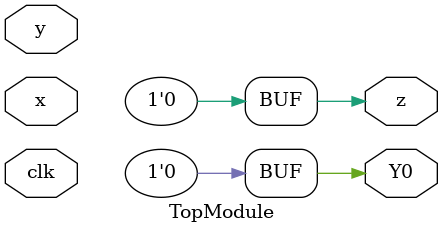
<source format=v>
module TopModule (
  input clk,
  input x,
  input [2:0] y,
  output reg Y0,
  output reg z
);

  // Module body - leave empty or add minimal initialization
  initial begin
    Y0 <= 0;
    z <= 0;
  end

endmodule
</source>
